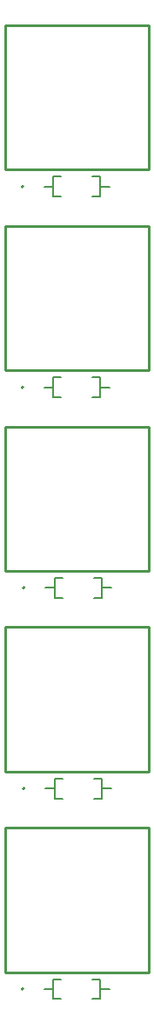
<source format=gto>
G04*
G04 #@! TF.GenerationSoftware,Altium Limited,Altium Designer,20.2.4 (192)*
G04*
G04 Layer_Color=65535*
%FSLAX44Y44*%
%MOMM*%
G71*
G04*
G04 #@! TF.SameCoordinates,56F664F7-557E-4C23-82A4-073EF7048267*
G04*
G04*
G04 #@! TF.FilePolarity,Positive*
G04*
G01*
G75*
%ADD10C,0.2000*%
%ADD11C,0.1270*%
%ADD12C,0.2540*%
D10*
X843280Y743712D02*
G03*
X843280Y743712I-1000J0D01*
G01*
X843350Y160020D02*
G03*
X843350Y160020I-1000J0D01*
G01*
X843280Y938276D02*
G03*
X843280Y938276I-1000J0D01*
G01*
X844550Y549148D02*
G03*
X844550Y549148I-1000J0D01*
G01*
Y354584D02*
G03*
X844550Y354584I-1000J0D01*
G01*
D11*
X872480Y753312D02*
X880080D01*
X872480Y734112D02*
X880080D01*
X910480D02*
X918080D01*
X910480Y753312D02*
X918080D01*
Y743712D02*
Y753212D01*
Y734112D02*
Y743712D01*
X872480D02*
Y753312D01*
Y734212D02*
Y743712D01*
X863280D02*
X872480D01*
X918080D02*
X927280D01*
X872550Y169620D02*
X880150D01*
X872550Y150420D02*
X880150D01*
X910550D02*
X918150D01*
X910550Y169620D02*
X918150D01*
Y160020D02*
Y169520D01*
Y150420D02*
Y160020D01*
X872550D02*
Y169620D01*
Y150520D02*
Y160020D01*
X863350D02*
X872550D01*
X918150D02*
X927350D01*
X872480Y947876D02*
X880080D01*
X872480Y928676D02*
X880080D01*
X910480D02*
X918080D01*
X910480Y947876D02*
X918080D01*
Y938276D02*
Y947776D01*
Y928676D02*
Y938276D01*
X872480D02*
Y947876D01*
Y928776D02*
Y938276D01*
X863280D02*
X872480D01*
X918080D02*
X927280D01*
X873750Y558748D02*
X881350D01*
X873750Y539548D02*
X881350D01*
X911750D02*
X919350D01*
X911750Y558748D02*
X919350D01*
Y549148D02*
Y558648D01*
Y539548D02*
Y549148D01*
X873750D02*
Y558748D01*
Y539648D02*
Y549148D01*
X864550D02*
X873750D01*
X919350D02*
X928550D01*
X873750Y364184D02*
X881350D01*
X873750Y344984D02*
X881350D01*
X911750D02*
X919350D01*
X911750Y364184D02*
X919350D01*
Y354584D02*
Y364084D01*
Y344984D02*
Y354584D01*
X873750D02*
Y364184D01*
Y345084D02*
Y354584D01*
X864550D02*
X873750D01*
X919350D02*
X928550D01*
D12*
X965350Y760072D02*
Y900072D01*
X825350Y760072D02*
X965350D01*
X825350Y900072D02*
X965350D01*
X825350Y760072D02*
Y900072D01*
Y954636D02*
Y1094636D01*
X965350D01*
X825350Y954636D02*
X965350D01*
Y1094636D01*
X825350Y565508D02*
Y705508D01*
X965350D01*
X825350Y565508D02*
X965350D01*
Y705508D01*
Y370944D02*
Y510944D01*
X825350Y370944D02*
X965350D01*
X825350Y510944D02*
X965350D01*
X825350Y370944D02*
Y510944D01*
Y176380D02*
Y316380D01*
X965350D01*
X825350Y176380D02*
X965350D01*
Y316380D01*
M02*

</source>
